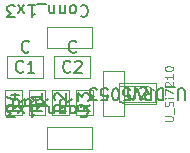
<source format=gbr>
%TF.GenerationSoftware,KiCad,Pcbnew,(6.0.5)*%
%TF.CreationDate,2022-07-02T16:25:46-04:00*%
%TF.ProjectId,magdilocks,6d616764-696c-46f6-936b-732e6b696361,rev?*%
%TF.SameCoordinates,Original*%
%TF.FileFunction,AssemblyDrawing,Top*%
%FSLAX46Y46*%
G04 Gerber Fmt 4.6, Leading zero omitted, Abs format (unit mm)*
G04 Created by KiCad (PCBNEW (6.0.5)) date 2022-07-02 16:25:46*
%MOMM*%
%LPD*%
G01*
G04 APERTURE LIST*
%ADD10C,0.150000*%
%ADD11C,0.105000*%
%ADD12C,0.100000*%
G04 APERTURE END LIST*
D10*
%TO.C,J3*%
X97185714Y-124842857D02*
X97233333Y-124795238D01*
X97376190Y-124747619D01*
X97471428Y-124747619D01*
X97614285Y-124795238D01*
X97709523Y-124890476D01*
X97757142Y-124985714D01*
X97804761Y-125176190D01*
X97804761Y-125319047D01*
X97757142Y-125509523D01*
X97709523Y-125604761D01*
X97614285Y-125700000D01*
X97471428Y-125747619D01*
X97376190Y-125747619D01*
X97233333Y-125700000D01*
X97185714Y-125652380D01*
X96614285Y-124747619D02*
X96709523Y-124795238D01*
X96757142Y-124842857D01*
X96804761Y-124938095D01*
X96804761Y-125223809D01*
X96757142Y-125319047D01*
X96709523Y-125366666D01*
X96614285Y-125414285D01*
X96471428Y-125414285D01*
X96376190Y-125366666D01*
X96328571Y-125319047D01*
X96280952Y-125223809D01*
X96280952Y-124938095D01*
X96328571Y-124842857D01*
X96376190Y-124795238D01*
X96471428Y-124747619D01*
X96614285Y-124747619D01*
X95852380Y-125414285D02*
X95852380Y-124747619D01*
X95852380Y-125319047D02*
X95804761Y-125366666D01*
X95709523Y-125414285D01*
X95566666Y-125414285D01*
X95471428Y-125366666D01*
X95423809Y-125271428D01*
X95423809Y-124747619D01*
X94947619Y-125414285D02*
X94947619Y-124747619D01*
X94947619Y-125319047D02*
X94900000Y-125366666D01*
X94804761Y-125414285D01*
X94661904Y-125414285D01*
X94566666Y-125366666D01*
X94519047Y-125271428D01*
X94519047Y-124747619D01*
X94280952Y-124652380D02*
X93519047Y-124652380D01*
X92757142Y-124747619D02*
X93328571Y-124747619D01*
X93042857Y-124747619D02*
X93042857Y-125747619D01*
X93138095Y-125604761D01*
X93233333Y-125509523D01*
X93328571Y-125461904D01*
X92423809Y-124747619D02*
X91900000Y-125414285D01*
X92423809Y-125414285D02*
X91900000Y-124747619D01*
X91614285Y-125747619D02*
X90995238Y-125747619D01*
X91328571Y-125366666D01*
X91185714Y-125366666D01*
X91090476Y-125319047D01*
X91042857Y-125271428D01*
X90995238Y-125176190D01*
X90995238Y-124938095D01*
X91042857Y-124842857D01*
X91090476Y-124795238D01*
X91185714Y-124747619D01*
X91471428Y-124747619D01*
X91566666Y-124795238D01*
X91614285Y-124842857D01*
%TO.C,C1*%
X92809523Y-120157142D02*
X92761904Y-120204761D01*
X92619047Y-120252380D01*
X92523809Y-120252380D01*
X92380952Y-120204761D01*
X92285714Y-120109523D01*
X92238095Y-120014285D01*
X92190476Y-119823809D01*
X92190476Y-119680952D01*
X92238095Y-119490476D01*
X92285714Y-119395238D01*
X92380952Y-119300000D01*
X92523809Y-119252380D01*
X92619047Y-119252380D01*
X92761904Y-119300000D01*
X92809523Y-119347619D01*
X92333333Y-121857142D02*
X92285714Y-121904761D01*
X92142857Y-121952380D01*
X92047619Y-121952380D01*
X91904761Y-121904761D01*
X91809523Y-121809523D01*
X91761904Y-121714285D01*
X91714285Y-121523809D01*
X91714285Y-121380952D01*
X91761904Y-121190476D01*
X91809523Y-121095238D01*
X91904761Y-121000000D01*
X92047619Y-120952380D01*
X92142857Y-120952380D01*
X92285714Y-121000000D01*
X92333333Y-121047619D01*
X93285714Y-121952380D02*
X92714285Y-121952380D01*
X93000000Y-121952380D02*
X93000000Y-120952380D01*
X92904761Y-121095238D01*
X92809523Y-121190476D01*
X92714285Y-121238095D01*
%TO.C,R4*%
X93452380Y-124190476D02*
X92976190Y-124523809D01*
X93452380Y-124761904D02*
X92452380Y-124761904D01*
X92452380Y-124380952D01*
X92500000Y-124285714D01*
X92547619Y-124238095D01*
X92642857Y-124190476D01*
X92785714Y-124190476D01*
X92880952Y-124238095D01*
X92928571Y-124285714D01*
X92976190Y-124380952D01*
X92976190Y-124761904D01*
X91952380Y-124666666D02*
X91476190Y-125000000D01*
X91952380Y-125238095D02*
X90952380Y-125238095D01*
X90952380Y-124857142D01*
X91000000Y-124761904D01*
X91047619Y-124714285D01*
X91142857Y-124666666D01*
X91285714Y-124666666D01*
X91380952Y-124714285D01*
X91428571Y-124761904D01*
X91476190Y-124857142D01*
X91476190Y-125238095D01*
X91285714Y-123809523D02*
X91952380Y-123809523D01*
X90904761Y-124047619D02*
X91619047Y-124285714D01*
X91619047Y-123666666D01*
%TO.C,J2*%
X97185714Y-116342857D02*
X97233333Y-116295238D01*
X97376190Y-116247619D01*
X97471428Y-116247619D01*
X97614285Y-116295238D01*
X97709523Y-116390476D01*
X97757142Y-116485714D01*
X97804761Y-116676190D01*
X97804761Y-116819047D01*
X97757142Y-117009523D01*
X97709523Y-117104761D01*
X97614285Y-117200000D01*
X97471428Y-117247619D01*
X97376190Y-117247619D01*
X97233333Y-117200000D01*
X97185714Y-117152380D01*
X96614285Y-116247619D02*
X96709523Y-116295238D01*
X96757142Y-116342857D01*
X96804761Y-116438095D01*
X96804761Y-116723809D01*
X96757142Y-116819047D01*
X96709523Y-116866666D01*
X96614285Y-116914285D01*
X96471428Y-116914285D01*
X96376190Y-116866666D01*
X96328571Y-116819047D01*
X96280952Y-116723809D01*
X96280952Y-116438095D01*
X96328571Y-116342857D01*
X96376190Y-116295238D01*
X96471428Y-116247619D01*
X96614285Y-116247619D01*
X95852380Y-116914285D02*
X95852380Y-116247619D01*
X95852380Y-116819047D02*
X95804761Y-116866666D01*
X95709523Y-116914285D01*
X95566666Y-116914285D01*
X95471428Y-116866666D01*
X95423809Y-116771428D01*
X95423809Y-116247619D01*
X94947619Y-116914285D02*
X94947619Y-116247619D01*
X94947619Y-116819047D02*
X94900000Y-116866666D01*
X94804761Y-116914285D01*
X94661904Y-116914285D01*
X94566666Y-116866666D01*
X94519047Y-116771428D01*
X94519047Y-116247619D01*
X94280952Y-116152380D02*
X93519047Y-116152380D01*
X92757142Y-116247619D02*
X93328571Y-116247619D01*
X93042857Y-116247619D02*
X93042857Y-117247619D01*
X93138095Y-117104761D01*
X93233333Y-117009523D01*
X93328571Y-116961904D01*
X92423809Y-116247619D02*
X91900000Y-116914285D01*
X92423809Y-116914285D02*
X91900000Y-116247619D01*
X91614285Y-117247619D02*
X90995238Y-117247619D01*
X91328571Y-116866666D01*
X91185714Y-116866666D01*
X91090476Y-116819047D01*
X91042857Y-116771428D01*
X90995238Y-116676190D01*
X90995238Y-116438095D01*
X91042857Y-116342857D01*
X91090476Y-116295238D01*
X91185714Y-116247619D01*
X91471428Y-116247619D01*
X91566666Y-116295238D01*
X91614285Y-116342857D01*
%TO.C,R2*%
X94452380Y-124190476D02*
X93976190Y-124523809D01*
X94452380Y-124761904D02*
X93452380Y-124761904D01*
X93452380Y-124380952D01*
X93500000Y-124285714D01*
X93547619Y-124238095D01*
X93642857Y-124190476D01*
X93785714Y-124190476D01*
X93880952Y-124238095D01*
X93928571Y-124285714D01*
X93976190Y-124380952D01*
X93976190Y-124761904D01*
X95952380Y-124666666D02*
X95476190Y-125000000D01*
X95952380Y-125238095D02*
X94952380Y-125238095D01*
X94952380Y-124857142D01*
X95000000Y-124761904D01*
X95047619Y-124714285D01*
X95142857Y-124666666D01*
X95285714Y-124666666D01*
X95380952Y-124714285D01*
X95428571Y-124761904D01*
X95476190Y-124857142D01*
X95476190Y-125238095D01*
X95047619Y-124285714D02*
X95000000Y-124238095D01*
X94952380Y-124142857D01*
X94952380Y-123904761D01*
X95000000Y-123809523D01*
X95047619Y-123761904D01*
X95142857Y-123714285D01*
X95238095Y-123714285D01*
X95380952Y-123761904D01*
X95952380Y-124333333D01*
X95952380Y-123714285D01*
D11*
%TO.C,U2*%
X104316666Y-126050000D02*
X104883333Y-126050000D01*
X104950000Y-126016666D01*
X104983333Y-125983333D01*
X105016666Y-125916666D01*
X105016666Y-125783333D01*
X104983333Y-125716666D01*
X104950000Y-125683333D01*
X104883333Y-125650000D01*
X104316666Y-125650000D01*
X105083333Y-125483333D02*
X105083333Y-124950000D01*
X104983333Y-124816666D02*
X105016666Y-124716666D01*
X105016666Y-124550000D01*
X104983333Y-124483333D01*
X104950000Y-124450000D01*
X104883333Y-124416666D01*
X104816666Y-124416666D01*
X104750000Y-124450000D01*
X104716666Y-124483333D01*
X104683333Y-124550000D01*
X104650000Y-124683333D01*
X104616666Y-124750000D01*
X104583333Y-124783333D01*
X104516666Y-124816666D01*
X104450000Y-124816666D01*
X104383333Y-124783333D01*
X104350000Y-124750000D01*
X104316666Y-124683333D01*
X104316666Y-124516666D01*
X104350000Y-124416666D01*
X105016666Y-124116666D02*
X104550000Y-124116666D01*
X104316666Y-124116666D02*
X104350000Y-124150000D01*
X104383333Y-124116666D01*
X104350000Y-124083333D01*
X104316666Y-124116666D01*
X104383333Y-124116666D01*
X104316666Y-123850000D02*
X104316666Y-123383333D01*
X105016666Y-123683333D01*
X104383333Y-123150000D02*
X104350000Y-123116666D01*
X104316666Y-123050000D01*
X104316666Y-122883333D01*
X104350000Y-122816666D01*
X104383333Y-122783333D01*
X104450000Y-122750000D01*
X104516666Y-122750000D01*
X104616666Y-122783333D01*
X105016666Y-123183333D01*
X105016666Y-122750000D01*
X105016666Y-122083333D02*
X105016666Y-122483333D01*
X105016666Y-122283333D02*
X104316666Y-122283333D01*
X104416666Y-122350000D01*
X104483333Y-122416666D01*
X104516666Y-122483333D01*
X104316666Y-121650000D02*
X104316666Y-121583333D01*
X104350000Y-121516666D01*
X104383333Y-121483333D01*
X104450000Y-121450000D01*
X104583333Y-121416666D01*
X104750000Y-121416666D01*
X104883333Y-121450000D01*
X104950000Y-121483333D01*
X104983333Y-121516666D01*
X105016666Y-121583333D01*
X105016666Y-121650000D01*
X104983333Y-121716666D01*
X104950000Y-121750000D01*
X104883333Y-121783333D01*
X104750000Y-121816666D01*
X104583333Y-121816666D01*
X104450000Y-121783333D01*
X104383333Y-121750000D01*
X104350000Y-121716666D01*
X104316666Y-121650000D01*
D10*
X101238095Y-123202380D02*
X101238095Y-124011904D01*
X101285714Y-124107142D01*
X101333333Y-124154761D01*
X101428571Y-124202380D01*
X101619047Y-124202380D01*
X101714285Y-124154761D01*
X101761904Y-124107142D01*
X101809523Y-124011904D01*
X101809523Y-123202380D01*
X102238095Y-123297619D02*
X102285714Y-123250000D01*
X102380952Y-123202380D01*
X102619047Y-123202380D01*
X102714285Y-123250000D01*
X102761904Y-123297619D01*
X102809523Y-123392857D01*
X102809523Y-123488095D01*
X102761904Y-123630952D01*
X102190476Y-124202380D01*
X102809523Y-124202380D01*
%TO.C,C2*%
X96809523Y-120157142D02*
X96761904Y-120204761D01*
X96619047Y-120252380D01*
X96523809Y-120252380D01*
X96380952Y-120204761D01*
X96285714Y-120109523D01*
X96238095Y-120014285D01*
X96190476Y-119823809D01*
X96190476Y-119680952D01*
X96238095Y-119490476D01*
X96285714Y-119395238D01*
X96380952Y-119300000D01*
X96523809Y-119252380D01*
X96619047Y-119252380D01*
X96761904Y-119300000D01*
X96809523Y-119347619D01*
X96333333Y-121857142D02*
X96285714Y-121904761D01*
X96142857Y-121952380D01*
X96047619Y-121952380D01*
X95904761Y-121904761D01*
X95809523Y-121809523D01*
X95761904Y-121714285D01*
X95714285Y-121523809D01*
X95714285Y-121380952D01*
X95761904Y-121190476D01*
X95809523Y-121095238D01*
X95904761Y-121000000D01*
X96047619Y-120952380D01*
X96142857Y-120952380D01*
X96285714Y-121000000D01*
X96333333Y-121047619D01*
X96714285Y-121047619D02*
X96761904Y-121000000D01*
X96857142Y-120952380D01*
X97095238Y-120952380D01*
X97190476Y-121000000D01*
X97238095Y-121047619D01*
X97285714Y-121142857D01*
X97285714Y-121238095D01*
X97238095Y-121380952D01*
X96666666Y-121952380D01*
X97285714Y-121952380D01*
%TO.C,R3*%
X96452380Y-124190476D02*
X95976190Y-124523809D01*
X96452380Y-124761904D02*
X95452380Y-124761904D01*
X95452380Y-124380952D01*
X95500000Y-124285714D01*
X95547619Y-124238095D01*
X95642857Y-124190476D01*
X95785714Y-124190476D01*
X95880952Y-124238095D01*
X95928571Y-124285714D01*
X95976190Y-124380952D01*
X95976190Y-124761904D01*
X97952380Y-124666666D02*
X97476190Y-125000000D01*
X97952380Y-125238095D02*
X96952380Y-125238095D01*
X96952380Y-124857142D01*
X97000000Y-124761904D01*
X97047619Y-124714285D01*
X97142857Y-124666666D01*
X97285714Y-124666666D01*
X97380952Y-124714285D01*
X97428571Y-124761904D01*
X97476190Y-124857142D01*
X97476190Y-125238095D01*
X96952380Y-124333333D02*
X96952380Y-123714285D01*
X97333333Y-124047619D01*
X97333333Y-123904761D01*
X97380952Y-123809523D01*
X97428571Y-123761904D01*
X97523809Y-123714285D01*
X97761904Y-123714285D01*
X97857142Y-123761904D01*
X97904761Y-123809523D01*
X97952380Y-123904761D01*
X97952380Y-124190476D01*
X97904761Y-124285714D01*
X97857142Y-124333333D01*
%TO.C,R1*%
X92452380Y-124190476D02*
X91976190Y-124523809D01*
X92452380Y-124761904D02*
X91452380Y-124761904D01*
X91452380Y-124380952D01*
X91500000Y-124285714D01*
X91547619Y-124238095D01*
X91642857Y-124190476D01*
X91785714Y-124190476D01*
X91880952Y-124238095D01*
X91928571Y-124285714D01*
X91976190Y-124380952D01*
X91976190Y-124761904D01*
X93952380Y-124666666D02*
X93476190Y-125000000D01*
X93952380Y-125238095D02*
X92952380Y-125238095D01*
X92952380Y-124857142D01*
X93000000Y-124761904D01*
X93047619Y-124714285D01*
X93142857Y-124666666D01*
X93285714Y-124666666D01*
X93380952Y-124714285D01*
X93428571Y-124761904D01*
X93476190Y-124857142D01*
X93476190Y-125238095D01*
X93952380Y-123714285D02*
X93952380Y-124285714D01*
X93952380Y-124000000D02*
X92952380Y-124000000D01*
X93095238Y-124095238D01*
X93190476Y-124190476D01*
X93238095Y-124285714D01*
%TO.C,U1*%
X106000000Y-124297619D02*
X106000000Y-123488095D01*
X105952380Y-123392857D01*
X105904761Y-123345238D01*
X105809523Y-123297619D01*
X105619047Y-123297619D01*
X105523809Y-123345238D01*
X105476190Y-123392857D01*
X105428571Y-123488095D01*
X105428571Y-124297619D01*
X105190476Y-123202380D02*
X104428571Y-123202380D01*
X104190476Y-123297619D02*
X104190476Y-124297619D01*
X103952380Y-124297619D01*
X103809523Y-124250000D01*
X103714285Y-124154761D01*
X103666666Y-124059523D01*
X103619047Y-123869047D01*
X103619047Y-123726190D01*
X103666666Y-123535714D01*
X103714285Y-123440476D01*
X103809523Y-123345238D01*
X103952380Y-123297619D01*
X104190476Y-123297619D01*
X102619047Y-123297619D02*
X102952380Y-123773809D01*
X103190476Y-123297619D02*
X103190476Y-124297619D01*
X102809523Y-124297619D01*
X102714285Y-124250000D01*
X102666666Y-124202380D01*
X102619047Y-124107142D01*
X102619047Y-123964285D01*
X102666666Y-123869047D01*
X102714285Y-123821428D01*
X102809523Y-123773809D01*
X103190476Y-123773809D01*
X102333333Y-124297619D02*
X102000000Y-123297619D01*
X101666666Y-124297619D01*
X100857142Y-124297619D02*
X101333333Y-124297619D01*
X101380952Y-123821428D01*
X101333333Y-123869047D01*
X101238095Y-123916666D01*
X101000000Y-123916666D01*
X100904761Y-123869047D01*
X100857142Y-123821428D01*
X100809523Y-123726190D01*
X100809523Y-123488095D01*
X100857142Y-123392857D01*
X100904761Y-123345238D01*
X101000000Y-123297619D01*
X101238095Y-123297619D01*
X101333333Y-123345238D01*
X101380952Y-123392857D01*
X100190476Y-124297619D02*
X100095238Y-124297619D01*
X100000000Y-124250000D01*
X99952380Y-124202380D01*
X99904761Y-124107142D01*
X99857142Y-123916666D01*
X99857142Y-123678571D01*
X99904761Y-123488095D01*
X99952380Y-123392857D01*
X100000000Y-123345238D01*
X100095238Y-123297619D01*
X100190476Y-123297619D01*
X100285714Y-123345238D01*
X100333333Y-123392857D01*
X100380952Y-123488095D01*
X100428571Y-123678571D01*
X100428571Y-123916666D01*
X100380952Y-124107142D01*
X100333333Y-124202380D01*
X100285714Y-124250000D01*
X100190476Y-124297619D01*
X98952380Y-124297619D02*
X99428571Y-124297619D01*
X99476190Y-123821428D01*
X99428571Y-123869047D01*
X99333333Y-123916666D01*
X99095238Y-123916666D01*
X99000000Y-123869047D01*
X98952380Y-123821428D01*
X98904761Y-123726190D01*
X98904761Y-123488095D01*
X98952380Y-123392857D01*
X99000000Y-123345238D01*
X99095238Y-123297619D01*
X99333333Y-123297619D01*
X99428571Y-123345238D01*
X99476190Y-123392857D01*
X98571428Y-124297619D02*
X97952380Y-124297619D01*
X98285714Y-123916666D01*
X98142857Y-123916666D01*
X98047619Y-123869047D01*
X98000000Y-123821428D01*
X97952380Y-123726190D01*
X97952380Y-123488095D01*
X98000000Y-123392857D01*
X98047619Y-123345238D01*
X98142857Y-123297619D01*
X98428571Y-123297619D01*
X98523809Y-123345238D01*
X98571428Y-123392857D01*
D12*
%TO.C,J3*%
X98135000Y-128400000D02*
X98135000Y-126600000D01*
X98135000Y-128400000D02*
X94325000Y-128400000D01*
X94325000Y-128400000D02*
X94325000Y-126600000D01*
X98135000Y-126600000D02*
X94325000Y-126600000D01*
%TO.C,J1*%
X100900000Y-121825000D02*
X100900000Y-125635000D01*
X100900000Y-125635000D02*
X99100000Y-125635000D01*
X99100000Y-121825000D02*
X99100000Y-125635000D01*
X100900000Y-121825000D02*
X99100000Y-121825000D01*
%TO.C,C1*%
X90975000Y-120575000D02*
X90975000Y-122425000D01*
X94025000Y-122425000D02*
X90975000Y-122425000D01*
X94025000Y-120575000D02*
X94025000Y-122425000D01*
X94025000Y-120575000D02*
X90975000Y-120575000D01*
%TO.C,R4*%
X90800000Y-123450000D02*
X92200000Y-123450000D01*
X92200000Y-125550000D02*
X92200000Y-123450000D01*
X90800000Y-125550000D02*
X90800000Y-123450000D01*
X90800000Y-125550000D02*
X92200000Y-125550000D01*
%TO.C,J2*%
X98135000Y-119900000D02*
X94325000Y-119900000D01*
X98135000Y-119900000D02*
X98135000Y-118100000D01*
X94325000Y-119900000D02*
X94325000Y-118100000D01*
X98135000Y-118100000D02*
X94325000Y-118100000D01*
%TO.C,R2*%
X94800000Y-123450000D02*
X94800000Y-125550000D01*
X96200000Y-123450000D02*
X96200000Y-125550000D01*
X96200000Y-125550000D02*
X94800000Y-125550000D01*
X96200000Y-123450000D02*
X94800000Y-123450000D01*
%TO.C,U2*%
X100837500Y-124650000D02*
X103550000Y-124650000D01*
X100837500Y-124650000D02*
X100450000Y-124262500D01*
X100450000Y-122850000D02*
X103550000Y-122850000D01*
X100450000Y-124262500D02*
X100450000Y-122850000D01*
X103550000Y-124650000D02*
X103550000Y-122850000D01*
%TO.C,C2*%
X98025000Y-120575000D02*
X94975000Y-120575000D01*
X98025000Y-122425000D02*
X94975000Y-122425000D01*
X98025000Y-120575000D02*
X98025000Y-122425000D01*
X94975000Y-120575000D02*
X94975000Y-122425000D01*
%TO.C,R3*%
X98200000Y-123450000D02*
X98200000Y-125550000D01*
X98200000Y-123450000D02*
X96800000Y-123450000D01*
X98200000Y-125550000D02*
X96800000Y-125550000D01*
X96800000Y-123450000D02*
X96800000Y-125550000D01*
%TO.C,R1*%
X94200000Y-123450000D02*
X94200000Y-125550000D01*
X94200000Y-123450000D02*
X92800000Y-123450000D01*
X94200000Y-125550000D02*
X92800000Y-125550000D01*
X92800000Y-123450000D02*
X92800000Y-125550000D01*
%TO.C,U1*%
X103520000Y-124450000D02*
X103520000Y-123550000D01*
X103520000Y-124450000D02*
X100480000Y-124450000D01*
X100480000Y-124450000D02*
X100480000Y-123050000D01*
X103520000Y-123550000D02*
X102900000Y-123050000D01*
X102900000Y-123050000D02*
X100480000Y-123050000D01*
%TD*%
M02*

</source>
